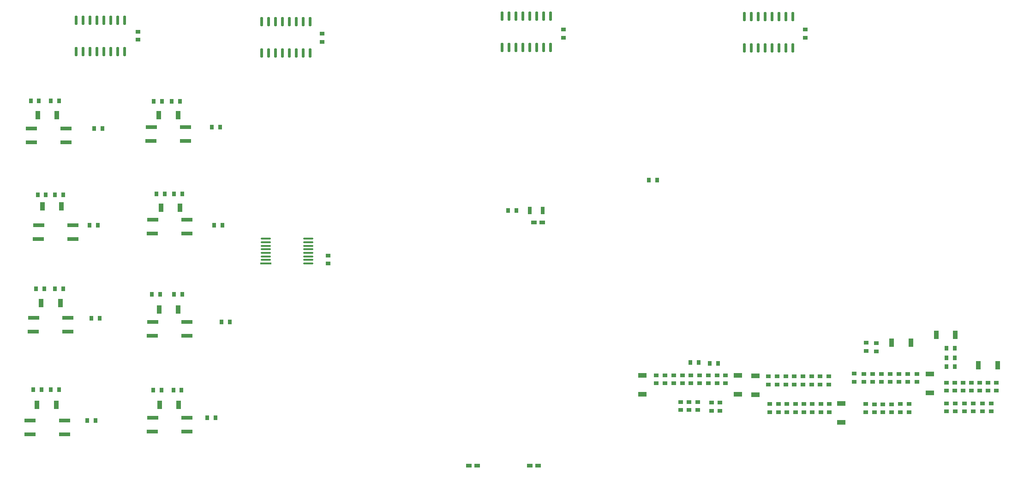
<source format=gbp>
G04*
G04 #@! TF.GenerationSoftware,Altium Limited,Altium Designer,23.10.1 (27)*
G04*
G04 Layer_Color=128*
%FSLAX25Y25*%
%MOIN*%
G70*
G04*
G04 #@! TF.SameCoordinates,BE4D4FF9-9B6F-45BD-9266-944CD61FC198*
G04*
G04*
G04 #@! TF.FilePolarity,Positive*
G04*
G01*
G75*
%ADD53R,0.02756X0.03347*%
%ADD54R,0.03347X0.02756*%
%ADD55R,0.04000X0.03000*%
%ADD136O,0.07874X0.01260*%
%ADD137R,0.07874X0.01260*%
%ADD138R,0.08000X0.03000*%
%ADD139O,0.02205X0.06870*%
%ADD140R,0.03543X0.05906*%
%ADD141R,0.02559X0.05315*%
%ADD142R,0.05906X0.03543*%
D53*
X526094Y226500D02*
D03*
X532000D02*
D03*
X747000Y105000D02*
D03*
X741094D02*
D03*
X174406Y283500D02*
D03*
X168500D02*
D03*
X173000Y144000D02*
D03*
X167095D02*
D03*
X85500Y284000D02*
D03*
X79594D02*
D03*
X89406Y148000D02*
D03*
X83500D02*
D03*
X176406Y216500D02*
D03*
X170500D02*
D03*
X87406Y75000D02*
D03*
X81500D02*
D03*
X90500Y216000D02*
D03*
X84595D02*
D03*
X174000Y74500D02*
D03*
X168095D02*
D03*
X430406Y204500D02*
D03*
X424500D02*
D03*
X556000Y94500D02*
D03*
X561905D02*
D03*
X576000Y94000D02*
D03*
X570094D02*
D03*
X741094Y91500D02*
D03*
X747000D02*
D03*
Y98000D02*
D03*
X741094D02*
D03*
X187406Y283500D02*
D03*
X181500D02*
D03*
X189000Y144000D02*
D03*
X183095D02*
D03*
X216406Y265000D02*
D03*
X210500D02*
D03*
X223406Y124000D02*
D03*
X217500D02*
D03*
X99906Y284000D02*
D03*
X94000D02*
D03*
X102905Y148000D02*
D03*
X97000D02*
D03*
X131405Y264000D02*
D03*
X125500D02*
D03*
X129405Y126500D02*
D03*
X123500D02*
D03*
X189000Y216500D02*
D03*
X183095D02*
D03*
X99906Y75000D02*
D03*
X94000D02*
D03*
X218000Y194000D02*
D03*
X212094D02*
D03*
X126406Y52500D02*
D03*
X120500D02*
D03*
X102905Y216047D02*
D03*
X97000D02*
D03*
X188500Y74500D02*
D03*
X182595D02*
D03*
X128000Y194000D02*
D03*
X122095D02*
D03*
X212906Y54500D02*
D03*
X207000D02*
D03*
D54*
X682572Y58595D02*
D03*
Y64500D02*
D03*
X719571Y80500D02*
D03*
Y86405D02*
D03*
X694143Y80500D02*
D03*
Y86405D02*
D03*
X690500Y108500D02*
D03*
Y102594D02*
D03*
X555000Y60094D02*
D03*
Y66000D02*
D03*
X581500Y79500D02*
D03*
Y85405D02*
D03*
X741000Y65000D02*
D03*
Y59095D02*
D03*
X777000Y74094D02*
D03*
Y80000D02*
D03*
X569000Y79500D02*
D03*
Y85405D02*
D03*
X531500Y79500D02*
D03*
Y85405D02*
D03*
X759000Y74094D02*
D03*
Y80000D02*
D03*
X613500Y58595D02*
D03*
Y64500D02*
D03*
X656500Y58595D02*
D03*
Y64500D02*
D03*
X656000Y78594D02*
D03*
Y84500D02*
D03*
X612500Y78594D02*
D03*
Y84500D02*
D03*
X294500Y172000D02*
D03*
Y166095D02*
D03*
X157000Y328095D02*
D03*
Y334000D02*
D03*
X290000Y326594D02*
D03*
Y332500D02*
D03*
X464500Y329594D02*
D03*
Y335500D02*
D03*
X639000Y329594D02*
D03*
Y335500D02*
D03*
X714072Y58595D02*
D03*
Y64500D02*
D03*
X707572D02*
D03*
Y58595D02*
D03*
X713214Y86405D02*
D03*
Y80500D02*
D03*
X701500Y64406D02*
D03*
Y58500D02*
D03*
X695072D02*
D03*
Y64406D02*
D03*
X689072Y58500D02*
D03*
Y64406D02*
D03*
X681429Y86405D02*
D03*
Y80500D02*
D03*
X674500Y80594D02*
D03*
Y86500D02*
D03*
X683000Y103000D02*
D03*
Y108905D02*
D03*
X706857Y86405D02*
D03*
Y80500D02*
D03*
X577500Y59595D02*
D03*
Y65500D02*
D03*
X700500Y80500D02*
D03*
Y86405D02*
D03*
X687786Y80500D02*
D03*
Y86405D02*
D03*
X571500Y65500D02*
D03*
Y59595D02*
D03*
X575250Y85405D02*
D03*
Y79500D02*
D03*
X549000Y66000D02*
D03*
Y60094D02*
D03*
X562750Y85405D02*
D03*
Y79500D02*
D03*
X561500Y60094D02*
D03*
Y66000D02*
D03*
X773500Y59095D02*
D03*
Y65000D02*
D03*
X767000Y65000D02*
D03*
Y59095D02*
D03*
X771000Y80000D02*
D03*
Y74094D02*
D03*
X754000Y65000D02*
D03*
Y59095D02*
D03*
X544000Y79500D02*
D03*
Y85405D02*
D03*
X760500Y59095D02*
D03*
Y65000D02*
D03*
X747500Y59095D02*
D03*
Y65000D02*
D03*
X550250Y85405D02*
D03*
Y79500D02*
D03*
X537750Y85405D02*
D03*
Y79500D02*
D03*
X556500Y79500D02*
D03*
Y85405D02*
D03*
X741000Y80000D02*
D03*
Y74094D02*
D03*
X753000Y80000D02*
D03*
Y74094D02*
D03*
X644214Y58595D02*
D03*
Y64500D02*
D03*
X747000Y74094D02*
D03*
Y80000D02*
D03*
X765000Y74094D02*
D03*
Y80000D02*
D03*
X638071Y64500D02*
D03*
Y58595D02*
D03*
X650357Y64500D02*
D03*
Y58595D02*
D03*
X631929Y64500D02*
D03*
Y58595D02*
D03*
X625786Y58595D02*
D03*
Y64500D02*
D03*
X619643Y58595D02*
D03*
Y64500D02*
D03*
X624929Y78594D02*
D03*
Y84500D02*
D03*
X643571Y84500D02*
D03*
Y78594D02*
D03*
X618714Y84500D02*
D03*
Y78594D02*
D03*
X631143Y84500D02*
D03*
Y78594D02*
D03*
X637357Y78594D02*
D03*
Y84500D02*
D03*
X649786Y78594D02*
D03*
Y84500D02*
D03*
D55*
X449000Y196000D02*
D03*
X442902D02*
D03*
X439902Y20000D02*
D03*
X446098D02*
D03*
X395902D02*
D03*
X402098D02*
D03*
D136*
X249300Y184113D02*
D03*
X280009Y173877D02*
D03*
Y181554D02*
D03*
Y166200D02*
D03*
Y171318D02*
D03*
X249300Y168759D02*
D03*
Y171318D02*
D03*
Y173877D02*
D03*
Y176436D02*
D03*
Y178995D02*
D03*
Y181554D02*
D03*
X280009Y168759D02*
D03*
Y176436D02*
D03*
Y178995D02*
D03*
Y184113D02*
D03*
D137*
X249300Y166200D02*
D03*
D138*
X167500Y44500D02*
D03*
X167600Y54500D02*
D03*
X192500Y44500D02*
D03*
Y54500D02*
D03*
X166500Y255000D02*
D03*
X166600Y265000D02*
D03*
X191500Y255000D02*
D03*
Y265000D02*
D03*
X167500Y114000D02*
D03*
X167600Y124000D02*
D03*
X192500Y114000D02*
D03*
Y124000D02*
D03*
X80000Y254000D02*
D03*
X80100Y264000D02*
D03*
X105000Y254000D02*
D03*
Y264000D02*
D03*
X81500Y117000D02*
D03*
X81600Y127000D02*
D03*
X106500Y117000D02*
D03*
Y127000D02*
D03*
X167500Y187800D02*
D03*
X167600Y197800D02*
D03*
X192500Y187800D02*
D03*
Y197800D02*
D03*
X79000Y42500D02*
D03*
X79100Y52500D02*
D03*
X104000Y42500D02*
D03*
Y52500D02*
D03*
X85210Y184000D02*
D03*
X85309Y194000D02*
D03*
X110209Y184000D02*
D03*
Y194000D02*
D03*
D139*
X281500Y318691D02*
D03*
X276500D02*
D03*
X271500D02*
D03*
X266500D02*
D03*
X261500D02*
D03*
X256500D02*
D03*
X251500D02*
D03*
X246500D02*
D03*
X281500Y341309D02*
D03*
X276500D02*
D03*
X271500D02*
D03*
X266500D02*
D03*
X261500D02*
D03*
X256500D02*
D03*
X251500D02*
D03*
X246500D02*
D03*
X630000Y322191D02*
D03*
X625000D02*
D03*
X620000D02*
D03*
X615000D02*
D03*
X610000D02*
D03*
X605000D02*
D03*
X600000D02*
D03*
X595000D02*
D03*
X630000Y344809D02*
D03*
X625000D02*
D03*
X620000D02*
D03*
X615000D02*
D03*
X610000D02*
D03*
X605000D02*
D03*
X600000D02*
D03*
X595000D02*
D03*
X455000Y322691D02*
D03*
X450000D02*
D03*
X445000D02*
D03*
X440000D02*
D03*
X435000D02*
D03*
X430000D02*
D03*
X425000D02*
D03*
X420000D02*
D03*
X455000Y345309D02*
D03*
X450000D02*
D03*
X445000D02*
D03*
X440000D02*
D03*
X435000D02*
D03*
X430000D02*
D03*
X425000D02*
D03*
X420000D02*
D03*
X147500Y319691D02*
D03*
X142500D02*
D03*
X137500D02*
D03*
X132500D02*
D03*
X127500D02*
D03*
X122500D02*
D03*
X117500D02*
D03*
X112500D02*
D03*
X147500Y342309D02*
D03*
X142500D02*
D03*
X137500D02*
D03*
X132500D02*
D03*
X127500D02*
D03*
X122500D02*
D03*
X117500D02*
D03*
X112500D02*
D03*
D140*
X186390Y64000D02*
D03*
X172610D02*
D03*
X701500Y109000D02*
D03*
X715279D02*
D03*
X764110Y92500D02*
D03*
X777890D02*
D03*
X733720Y114500D02*
D03*
X747500D02*
D03*
X185890Y273500D02*
D03*
X172110D02*
D03*
X186000Y133000D02*
D03*
X172221D02*
D03*
X98390Y273500D02*
D03*
X84610D02*
D03*
X100890Y137500D02*
D03*
X87110D02*
D03*
X187390Y206500D02*
D03*
X173610D02*
D03*
X97890Y64000D02*
D03*
X84110D02*
D03*
X101779Y207500D02*
D03*
X88000D02*
D03*
D141*
X440000Y204500D02*
D03*
X449449D02*
D03*
D142*
X729072Y72610D02*
D03*
Y86390D02*
D03*
X590500Y71610D02*
D03*
Y85390D02*
D03*
X521500Y71610D02*
D03*
Y85390D02*
D03*
X665000Y51110D02*
D03*
Y64890D02*
D03*
X603000Y71110D02*
D03*
Y84890D02*
D03*
M02*

</source>
